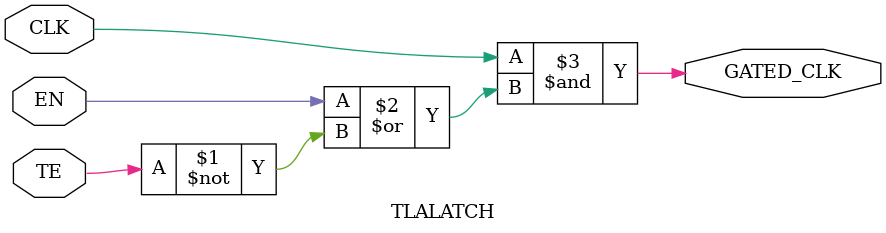
<source format=v>
module clock_gate_d_ff_en_W32_0_11 (
  input CLK,
  input EN,
  input TE,
  input [31:0] d,
  output reg ENCLK
);

  TLALATCH clock_gating_cell (
    .CLK(CLK),
    .EN(EN),
    .TE(TE),
    .GATED_CLK(ENCLK)
  );


endmodule

// Clock gating cell (simplified example)
module TLALATCH(
  input CLK,
  input EN,
  input TE,
  output GATED_CLK
);

  // Simple clock gating logic
  assign GATED_CLK = CLK & (EN | ~TE);

endmodule

</source>
